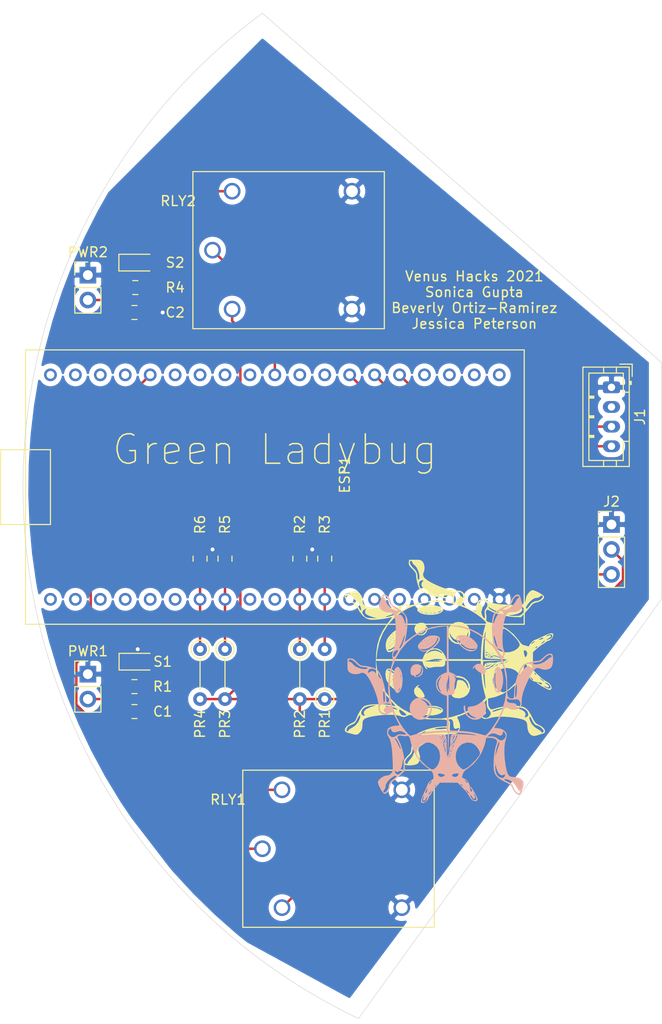
<source format=kicad_pcb>
(kicad_pcb (version 20171130) (host pcbnew "(5.1.5)-3")
  (layers (0 F.Cu signal) (31 B.Cu signal) (34 B.Paste user) (35 F.Paste user) (36 B.SilkS user) (37 F.SilkS user) (38 B.Mask user) (39 F.Mask user) (44 Edge.Cuts user))
  (net 0 "")
  (net 1 /Rechargable_Battery_Input)
  (net 2 GND)
  (net 3 /Solar_Panel_Input)
  (net 4 /3.3V)
  (net 5 "Net-(ESP1-Pad2)")
  (net 6 "Net-(ESP1-Pad3)")
  (net 7 "Net-(ESP1-Pad4)")
  (net 8 "Net-(ESP1-Pad5)")
  (net 9 "Net-(ESP1-Pad6)")
  (net 10 "Net-(ESP1-Pad7)")
  (net 11 "Net-(ESP1-Pad8)")
  (net 12 "Net-(ESP1-Pad9)")
  (net 13 "Net-(ESP1-Pad11)")
  (net 14 "Net-(ESP1-Pad12)")
  (net 15 "Net-(ESP1-Pad13)")
  (net 16 "Net-(ESP1-Pad14)")
  (net 17 "Net-(ESP1-Pad16)")
  (net 18 "Net-(ESP1-Pad17)")
  (net 19 "Net-(ESP1-Pad18)")
  (net 20 "Net-(ESP1-Pad19)")
  (net 21 "Net-(ESP1-Pad20)")
  (net 22 "Net-(ESP1-Pad21)")
  (net 23 "Net-(ESP1-Pad22)")
  (net 24 "Net-(ESP1-Pad23)")
  (net 25 "Net-(ESP1-Pad24)")
  (net 26 "Net-(ESP1-Pad25)")
  (net 27 /V_Divider_4)
  (net 28 /V_Divider_3)
  (net 29 "Net-(ESP1-Pad28)")
  (net 30 "Net-(ESP1-Pad29)")
  (net 31 /V_Divider_2)
  (net 32 /V_Divider_1)
  (net 33 "Net-(ESP1-Pad32)")
  (net 34 "Net-(ESP1-Pad33)")
  (net 35 "Net-(ESP1-Pad34)")
  (net 36 "Net-(ESP1-Pad35)")
  (net 37 "Net-(ESP1-Pad36)")
  (net 38 "Net-(ESP1-Pad37)")
  (net 39 "Net-(R1-Pad1)")
  (net 40 "Net-(R4-Pad1)")
  (net 41 "/Solar Panel")
  (net 42 /Battery)
  (net 43 +3V3)
  (module VenuHacks21:LadybugM (layer F.Cu) (at 151.13 107.95 270)
    (fp_text reference G*** hide)
    (fp_text value LOGO hide)
  )
  (module VenuHacks21:LadybugM (layer B.Cu) (at 151.13 111.76)
    (fp_text reference G*** hide)
    (fp_text value LOGO hide)
  )
  (module Capacitor_SMD:C_0805_2012Metric (layer F.Cu) (at 119.0475 113.03 180)
    (fp_text reference C1 (at -2.8725 0) (layer F.SilkS))
    (fp_text value 08055C104KAT2A)
    (pad 2 smd roundrect (at 0.9375 0 180) (size 0.975 1.4) (layers F.Cu F.Paste F.Mask) (net 1 /Rechargable_Battery_Input))
    (pad 1 smd roundrect (at -0.9375 0 180) (size 0.975 1.4) (layers F.Cu F.Paste F.Mask) (net 2 GND))
  )
  (module Capacitor_SMD:C_0805_2012Metric (layer F.Cu) (at 119.0475 72.39 180)
    (fp_text reference C2 (at -4.1425 0) (layer F.SilkS))
    (fp_text value 08055C104KAT2A)
    (pad 1 smd roundrect (at -0.9375 0 180) (size 0.975 1.4) (layers F.Cu F.Paste F.Mask) (net 2 GND))
    (pad 2 smd roundrect (at 0.9375 0 180) (size 0.975 1.4) (layers F.Cu F.Paste F.Mask) (net 3 /Solar_Panel_Input))
  )
  (module VenuHacks21:ESP32 (layer F.Cu) (at 140.97 88.9 270)
    (fp_text reference ESP1 (at 0 0.5 90) (layer F.SilkS))
    (fp_text value "ESP32 -- DEVKIT")
    (pad 1 thru_hole circle (at -10.16 -15.24 270) (size 1.3 1.3) (drill 0.8) (layers *.Cu *.Mask) (net 4 /3.3V))
    (pad 2 thru_hole circle (at -10.16 -12.7 270) (size 1.3 1.3) (drill 0.8) (layers *.Cu *.Mask) (net 5 "Net-(ESP1-Pad2)"))
    (pad 3 thru_hole circle (at -10.16 -10.16 270) (size 1.3 1.3) (drill 0.8) (layers *.Cu *.Mask) (net 6 "Net-(ESP1-Pad3)"))
    (pad 4 thru_hole circle (at -10.16 -7.62 270) (size 1.3 1.3) (drill 0.8) (layers *.Cu *.Mask) (net 7 "Net-(ESP1-Pad4)"))
    (pad 5 thru_hole circle (at -10.16 -5.08 270) (size 1.3 1.3) (drill 0.8) (layers *.Cu *.Mask) (net 8 "Net-(ESP1-Pad5)"))
    (pad 6 thru_hole circle (at -10.16 -2.54 270) (size 1.3 1.3) (drill 0.8) (layers *.Cu *.Mask) (net 9 "Net-(ESP1-Pad6)"))
    (pad 7 thru_hole circle (at -10.16 0 270) (size 1.3 1.3) (drill 0.8) (layers *.Cu *.Mask) (net 10 "Net-(ESP1-Pad7)"))
    (pad 8 thru_hole circle (at -10.16 2.54 270) (size 1.3 1.3) (drill 0.8) (layers *.Cu *.Mask) (net 11 "Net-(ESP1-Pad8)"))
    (pad 9 thru_hole circle (at -10.16 5.08 270) (size 1.3 1.3) (drill 0.8) (layers *.Cu *.Mask) (net 12 "Net-(ESP1-Pad9)"))
    (pad 10 thru_hole circle (at -10.16 7.62 270) (size 1.3 1.3) (drill 0.8) (layers *.Cu *.Mask) (net 41 "/Solar Panel"))
    (pad 11 thru_hole circle (at -10.16 10.16 270) (size 1.3 1.3) (drill 0.8) (layers *.Cu *.Mask) (net 13 "Net-(ESP1-Pad11)"))
    (pad 12 thru_hole circle (at -10.16 12.7 270) (size 1.3 1.3) (drill 0.8) (layers *.Cu *.Mask) (net 14 "Net-(ESP1-Pad12)"))
    (pad 13 thru_hole circle (at -10.16 15.24 270) (size 1.3 1.3) (drill 0.8) (layers *.Cu *.Mask) (net 15 "Net-(ESP1-Pad13)"))
    (pad 14 thru_hole circle (at -10.16 17.78 270) (size 1.3 1.3) (drill 0.8) (layers *.Cu *.Mask) (net 16 "Net-(ESP1-Pad14)"))
    (pad 15 thru_hole circle (at -10.16 20.32 270) (size 1.3 1.3) (drill 0.8) (layers *.Cu *.Mask) (net 42 /Battery))
    (pad 16 thru_hole circle (at -10.16 22.86 270) (size 1.3 1.3) (drill 0.8) (layers *.Cu *.Mask) (net 17 "Net-(ESP1-Pad16)"))
    (pad 17 thru_hole circle (at -10.16 25.4 270) (size 1.3 1.3) (drill 0.8) (layers *.Cu *.Mask) (net 18 "Net-(ESP1-Pad17)"))
    (pad 18 thru_hole circle (at -10.16 27.94 270) (size 1.3 1.3) (drill 0.8) (layers *.Cu *.Mask) (net 19 "Net-(ESP1-Pad18)"))
    (pad 19 thru_hole circle (at -10.16 30.48 270) (size 1.3 1.3) (drill 0.8) (layers *.Cu *.Mask) (net 20 "Net-(ESP1-Pad19)"))
    (pad 20 thru_hole circle (at 12.7 30.48 270) (size 1.3 1.3) (drill 0.8) (layers *.Cu *.Mask) (net 21 "Net-(ESP1-Pad20)"))
    (pad 21 thru_hole circle (at 12.7 27.94 270) (size 1.3 1.3) (drill 0.8) (layers *.Cu *.Mask) (net 22 "Net-(ESP1-Pad21)"))
    (pad 22 thru_hole circle (at 12.7 25.4 270) (size 1.3 1.3) (drill 0.8) (layers *.Cu *.Mask) (net 23 "Net-(ESP1-Pad22)"))
    (pad 23 thru_hole circle (at 12.7 22.86 270) (size 1.3 1.3) (drill 0.8) (layers *.Cu *.Mask) (net 24 "Net-(ESP1-Pad23)"))
    (pad 24 thru_hole circle (at 12.7 20.32 270) (size 1.3 1.3) (drill 0.8) (layers *.Cu *.Mask) (net 25 "Net-(ESP1-Pad24)"))
    (pad 25 thru_hole circle (at 12.7 17.78 270) (size 1.3 1.3) (drill 0.8) (layers *.Cu *.Mask) (net 26 "Net-(ESP1-Pad25)"))
    (pad 26 thru_hole circle (at 12.7 15.24 270) (size 1.3 1.3) (drill 0.8) (layers *.Cu *.Mask) (net 27 /V_Divider_4))
    (pad 27 thru_hole circle (at 12.7 12.7 270) (size 1.3 1.3) (drill 0.8) (layers *.Cu *.Mask) (net 28 /V_Divider_3))
    (pad 28 thru_hole circle (at 12.7 10.16 270) (size 1.3 1.3) (drill 0.8) (layers *.Cu *.Mask) (net 29 "Net-(ESP1-Pad28)"))
    (pad 29 thru_hole circle (at 12.7 7.62 270) (size 1.3 1.3) (drill 0.8) (layers *.Cu *.Mask) (net 30 "Net-(ESP1-Pad29)"))
    (pad 30 thru_hole circle (at 12.7 5.08 270) (size 1.3 1.3) (drill 0.8) (layers *.Cu *.Mask) (net 31 /V_Divider_2))
    (pad 31 thru_hole circle (at 12.7 2.54 270) (size 1.3 1.3) (drill 0.8) (layers *.Cu *.Mask) (net 32 /V_Divider_1))
    (pad 32 thru_hole circle (at 12.7 0 270) (size 1.3 1.3) (drill 0.8) (layers *.Cu *.Mask) (net 33 "Net-(ESP1-Pad32)"))
    (pad 33 thru_hole circle (at 12.7 -2.54 270) (size 1.3 1.3) (drill 0.8) (layers *.Cu *.Mask) (net 34 "Net-(ESP1-Pad33)"))
    (pad 34 thru_hole circle (at 12.7 -5.08 270) (size 1.3 1.3) (drill 0.8) (layers *.Cu *.Mask) (net 35 "Net-(ESP1-Pad34)"))
    (pad 35 thru_hole circle (at 12.7 -7.62 270) (size 1.3 1.3) (drill 0.8) (layers *.Cu *.Mask) (net 36 "Net-(ESP1-Pad35)"))
    (pad 36 thru_hole circle (at 12.7 -10.16 270) (size 1.3 1.3) (drill 0.8) (layers *.Cu *.Mask) (net 37 "Net-(ESP1-Pad36)"))
    (pad 37 thru_hole circle (at 12.7 -12.7 270) (size 1.3 1.3) (drill 0.8) (layers *.Cu *.Mask) (net 38 "Net-(ESP1-Pad37)"))
    (pad 38 thru_hole circle (at 12.7 -15.24 270) (size 1.3 1.3) (drill 0.8) (layers *.Cu *.Mask) (net 2 GND))
  )
  (module Resistor_THT:R_Axial_DIN0204_L3.6mm_D1.6mm_P5.08mm_Vertical (layer F.Cu) (at 138.43 111.76 90)
    (fp_text reference PR1 (at -2.54 0 90) (layer F.SilkS))
    (fp_text value "Photo resistor")
    (pad 1 thru_hole circle (at 0 0 90) (size 1.4 1.4) (drill 0.7) (layers *.Cu *.Mask) (net 43 +3V3))
    (pad 2 thru_hole oval (at 5.08 0 90) (size 1.4 1.4) (drill 0.7) (layers *.Cu *.Mask) (net 32 /V_Divider_1))
  )
  (module Resistor_THT:R_Axial_DIN0204_L3.6mm_D1.6mm_P5.08mm_Vertical (layer F.Cu) (at 135.89 106.68 270)
    (fp_text reference PR2 (at 7.62 0 90) (layer F.SilkS))
    (fp_text value "Photo resistor")
    (pad 2 thru_hole oval (at 5.08 0 270) (size 1.4 1.4) (drill 0.7) (layers *.Cu *.Mask) (net 43 +3V3))
    (pad 1 thru_hole circle (at 0 0 270) (size 1.4 1.4) (drill 0.7) (layers *.Cu *.Mask) (net 31 /V_Divider_2))
  )
  (module Resistor_THT:R_Axial_DIN0204_L3.6mm_D1.6mm_P5.08mm_Vertical (layer F.Cu) (at 128.27 106.68 270)
    (fp_text reference PR3 (at 7.62 0 90) (layer F.SilkS))
    (fp_text value "Photo resistor")
    (pad 2 thru_hole oval (at 5.08 0 270) (size 1.4 1.4) (drill 0.7) (layers *.Cu *.Mask) (net 43 +3V3))
    (pad 1 thru_hole circle (at 0 0 270) (size 1.4 1.4) (drill 0.7) (layers *.Cu *.Mask) (net 28 /V_Divider_3))
  )
  (module Resistor_THT:R_Axial_DIN0204_L3.6mm_D1.6mm_P5.08mm_Vertical (layer F.Cu) (at 125.73 106.68 270)
    (fp_text reference PR4 (at 7.62 0 90) (layer F.SilkS))
    (fp_text value "Photo resistor")
    (pad 1 thru_hole circle (at 0 0 270) (size 1.4 1.4) (drill 0.7) (layers *.Cu *.Mask) (net 27 /V_Divider_4))
    (pad 2 thru_hole oval (at 5.08 0 270) (size 1.4 1.4) (drill 0.7) (layers *.Cu *.Mask) (net 43 +3V3))
  )
  (module Connector_PinHeader_2.54mm:PinHeader_1x02_P2.54mm_Vertical (layer F.Cu) (at 114.3 109.22)
    (fp_text reference PWR1 (at 0 -2.33) (layer F.SilkS))
    (fp_text value 172286-1102)
    (pad 2 thru_hole oval (at 0 2.54) (size 1.7 1.7) (drill 1) (layers *.Cu *.Mask) (net 1 /Rechargable_Battery_Input))
    (pad 1 thru_hole rect (at 0 0) (size 1.7 1.7) (drill 1) (layers *.Cu *.Mask) (net 2 GND))
  )
  (module Connector_PinHeader_2.54mm:PinHeader_1x02_P2.54mm_Vertical (layer F.Cu) (at 114.3 68.58)
    (fp_text reference PWR2 (at 0 -2.33) (layer F.SilkS))
    (fp_text value 172286-1102)
    (pad 1 thru_hole rect (at 0 0) (size 1.7 1.7) (drill 1) (layers *.Cu *.Mask) (net 2 GND))
    (pad 2 thru_hole oval (at 0 2.54) (size 1.7 1.7) (drill 1) (layers *.Cu *.Mask) (net 3 /Solar_Panel_Input))
  )
  (module Resistor_SMD:R_0805_2012Metric (layer F.Cu) (at 119.0475 110.49 180)
    (fp_text reference R1 (at -2.8725 0) (layer F.SilkS))
    (fp_text value ~)
    (pad 1 smd roundrect (at -0.9375 0 180) (size 0.975 1.4) (layers F.Cu F.Paste F.Mask) (net 39 "Net-(R1-Pad1)"))
    (pad 2 smd roundrect (at 0.9375 0 180) (size 0.975 1.4) (layers F.Cu F.Paste F.Mask) (net 1 /Rechargable_Battery_Input))
  )
  (module Resistor_SMD:R_0805_2012Metric (layer F.Cu) (at 135.89 97.4575 270)
    (fp_text reference R2 (at -3.4775 0 90) (layer F.SilkS))
    (fp_text value CRCW08051K00FKEA)
    (pad 2 smd roundrect (at 0.9375 0 270) (size 0.975 1.4) (layers F.Cu F.Paste F.Mask) (net 31 /V_Divider_2))
    (pad 1 smd roundrect (at -0.9375 0 270) (size 0.975 1.4) (layers F.Cu F.Paste F.Mask) (net 2 GND))
  )
  (module Resistor_SMD:R_0805_2012Metric (layer F.Cu) (at 138.43 97.4575 270)
    (fp_text reference R3 (at -3.4775 0 90) (layer F.SilkS))
    (fp_text value CRCW08051K00FKEA)
    (pad 1 smd roundrect (at -0.9375 0 270) (size 0.975 1.4) (layers F.Cu F.Paste F.Mask) (net 2 GND))
    (pad 2 smd roundrect (at 0.9375 0 270) (size 0.975 1.4) (layers F.Cu F.Paste F.Mask) (net 32 /V_Divider_1))
  )
  (module Resistor_SMD:R_0805_2012Metric_Pad1.15x1.40mm_HandSolder (layer F.Cu) (at 119.135 69.85 180)
    (fp_text reference R4 (at -4.055 0) (layer F.SilkS))
    (fp_text value ~)
    (pad 1 smd roundrect (at -1.025 0 180) (size 1.15 1.4) (layers F.Cu F.Paste F.Mask) (roundrect_rratio 0.217391) (net 40 "Net-(R4-Pad1)"))
    (pad 2 smd roundrect (at 1.025 0 180) (size 1.15 1.4) (layers F.Cu F.Paste F.Mask) (roundrect_rratio 0.217391) (net 3 /Solar_Panel_Input))
  )
  (module Resistor_SMD:R_0805_2012Metric (layer F.Cu) (at 128.27 97.4575 270)
    (fp_text reference R5 (at -3.4775 0 90) (layer F.SilkS))
    (fp_text value CRCW08051K00FKEA)
    (pad 2 smd roundrect (at 0.9375 0 270) (size 0.975 1.4) (layers F.Cu F.Paste F.Mask) (net 28 /V_Divider_3))
    (pad 1 smd roundrect (at -0.9375 0 270) (size 0.975 1.4) (layers F.Cu F.Paste F.Mask) (net 2 GND))
  )
  (module Resistor_SMD:R_0805_2012Metric (layer F.Cu) (at 125.73 97.4575 270)
    (fp_text reference R6 (at -3.4775 0 90) (layer F.SilkS))
    (fp_text value CRCW08051K00FKEA)
    (pad 1 smd roundrect (at -0.9375 0 270) (size 0.975 1.4) (layers F.Cu F.Paste F.Mask) (net 2 GND))
    (pad 2 smd roundrect (at 0.9375 0 270) (size 0.975 1.4) (layers F.Cu F.Paste F.Mask) (net 27 /V_Divider_4))
  )
  (module VenuHacks21:VHG5LE (layer F.Cu) (at 132.08 127)
    (fp_text reference RLY1 (at -3.5 -5) (layer F.SilkS))
    (fp_text value "G5LE-1A4 DC24")
    (pad 1 thru_hole circle (at 0 0) (size 1.7 1.7) (drill 1.2) (layers *.Cu *.Mask) (net 42 /Battery))
    (pad 2 thru_hole circle (at 2 -6) (size 1.7 1.7) (drill 1.2) (layers *.Cu *.Mask) (net 1 /Rechargable_Battery_Input))
    (pad 3 thru_hole circle (at 14.2 -6) (size 1.7 1.7) (drill 1.2) (layers *.Cu *.Mask) (net 2 GND))
    (pad 4 thru_hole circle (at 2 6) (size 1.7 1.7) (drill 1.2) (layers *.Cu *.Mask) (net 43 +3V3))
    (pad 5 thru_hole circle (at 14.2 6) (size 1.7 1.7) (drill 1.2) (layers *.Cu *.Mask) (net 2 GND))
  )
  (module VenuHacks21:VHG5LE (layer F.Cu) (at 127 66.04)
    (fp_text reference RLY2 (at -3.5 -5) (layer F.SilkS))
    (fp_text value "G5LE-1A4 DC24")
    (pad 5 thru_hole circle (at 14.2 6) (size 1.7 1.7) (drill 1.2) (layers *.Cu *.Mask) (net 2 GND))
    (pad 4 thru_hole circle (at 2 6) (size 1.7 1.7) (drill 1.2) (layers *.Cu *.Mask) (net 43 +3V3))
    (pad 3 thru_hole circle (at 14.2 -6) (size 1.7 1.7) (drill 1.2) (layers *.Cu *.Mask) (net 2 GND))
    (pad 2 thru_hole circle (at 2 -6) (size 1.7 1.7) (drill 1.2) (layers *.Cu *.Mask) (net 3 /Solar_Panel_Input))
    (pad 1 thru_hole circle (at 0 0) (size 1.7 1.7) (drill 1.2) (layers *.Cu *.Mask) (net 41 "/Solar Panel"))
  )
  (module Diode_SMD:D_SOD-323_HandSoldering (layer F.Cu) (at 119.38 107.95)
    (fp_text reference S1 (at 2.54 0) (layer F.SilkS))
    (fp_text value Schottky)
    (pad 2 smd rect (at 1.25 0) (size 1 1) (layers F.Cu F.Paste F.Mask) (net 39 "Net-(R1-Pad1)"))
    (pad 1 smd rect (at -1.25 0) (size 1 1) (layers F.Cu F.Paste F.Mask) (net 2 GND))
  )
  (module Diode_SMD:D_SOD-323_HandSoldering (layer F.Cu) (at 119.36 67.31)
    (fp_text reference S2 (at 3.83 0) (layer F.SilkS))
    (fp_text value Schottky)
    (pad 1 smd rect (at -1.25 0) (size 1 1) (layers F.Cu F.Paste F.Mask) (net 2 GND))
    (pad 2 smd rect (at 1.25 0) (size 1 1) (layers F.Cu F.Paste F.Mask) (net 40 "Net-(R4-Pad1)"))
  )
  (module Connector_JST:JST_PH_B4B-PH-K_1x04_P2.00mm_Vertical (layer F.Cu) (at 167.64 80.01 270)
    (fp_text reference J1 (at 3 -2.9 90) (layer F.SilkS))
    (fp_text value "STEMMA soil")
    (pad 1 thru_hole roundrect (at 0 0 270) (size 1.2 1.75) (drill 0.75) (layers *.Cu *.Mask) (roundrect_rratio 0.208333) (net 2 GND))
    (pad 2 thru_hole oval (at 2 0 270) (size 1.2 1.75) (drill 0.75) (layers *.Cu *.Mask) (net 43 +3V3))
    (pad 3 thru_hole oval (at 4 0 270) (size 1.2 1.75) (drill 0.75) (layers *.Cu *.Mask) (net 8 "Net-(ESP1-Pad5)"))
    (pad 4 thru_hole oval (at 6 0 270) (size 1.2 1.75) (drill 0.75) (layers *.Cu *.Mask) (net 9 "Net-(ESP1-Pad6)"))
  )
  (module Connector_PinHeader_2.54mm:PinHeader_1x03_P2.54mm_Vertical (layer F.Cu) (at 167.64 93.98)
    (fp_text reference J2 (at 0 -2.33) (layer F.SilkS))
    (fp_text value "pH sensor")
    (pad 1 thru_hole rect (at 0 0) (size 1.7 1.7) (drill 1) (layers *.Cu *.Mask) (net 2 GND))
    (pad 2 thru_hole oval (at 0 2.54) (size 1.7 1.7) (drill 1) (layers *.Cu *.Mask) (net 43 +3V3))
    (pad 3 thru_hole oval (at 0 5.08) (size 1.7 1.7) (drill 1) (layers *.Cu *.Mask) (net 10 "Net-(ESP1-Pad7)"))
  )
  (gr_line (start 132.080001 41.910001) (end 132.08 41.91) (layer Edge.Cuts) (width 0.05))
  (gr_line (start 132.08 41.91) (end 132.080001 41.910001) (layer Edge.Cuts) (width 0.05))
  (gr_line (start 172.72 77.47) (end 132.08 41.91) (layer Edge.Cuts) (width 0.05))
  (gr_line (start 172.72 101.6) (end 172.72 77.47) (layer Edge.Cuts) (width 0.05))
  (gr_line (start 141.867136 144.293013) (end 172.72 101.6) (layer Edge.Cuts) (width 0.05))
  (gr_arc (start 167.64 90.17) (end 132.080001 41.910001) (angle -118.1523031) (layer Edge.Cuts) (width 0.05))
  (gr_text "Green Ladybug" (at 133.35 86.36) (layer F.SilkS) (effects (font (size 3 3))))
  (gr_text "Venus Hacks 2021\nSonica Gupta\nBeverly Ortiz-Ramirez\nJessica Peterson\n" (at 153.67 71.12) (layer F.SilkS) (effects (font (size 1 1))))
  (segment (start 116.84 111.76) (end 118.11 113.03) (width 0.25) (layer F.Cu) (net 1))
  (segment (start 114.3 111.76) (end 116.84 111.76) (width 0.25) (layer F.Cu) (net 1))
  (segment (start 116.84 111.76) (end 118.11 110.49) (width 0.25) (layer F.Cu) (net 1))
  (segment (start 126.08 121) (end 134.08 121) (width 0.25) (layer F.Cu) (net 1))
  (segment (start 118.11 113.03) (end 126.08 121) (width 0.25) (layer F.Cu) (net 1))
  (segment (start 117.61 109.22) (end 118.13 108.7) (width 0.25) (layer F.Cu) (net 2))
  (segment (start 118.13 108.7) (end 118.13 107.95) (width 0.25) (layer F.Cu) (net 2))
  (segment (start 114.3 109.22) (end 117.61 109.22) (width 0.25) (layer F.Cu) (net 2))
  (segment (start 118.11 68.06) (end 118.11 67.31) (width 0.25) (layer F.Cu) (net 2))
  (segment (start 117.59 68.58) (end 118.11 68.06) (width 0.25) (layer F.Cu) (net 2))
  (segment (start 114.3 68.58) (end 117.59 68.58) (width 0.25) (layer F.Cu) (net 2))
  (via (at 119.38 106.68) (size 0.8) (drill 0.4) (layers F.Cu B.Cu) (net 2))
  (segment (start 118.13 107.95) (end 118.13 107.93) (width 0.25) (layer F.Cu) (net 2))
  (segment (start 118.13 107.93) (end 119.38 106.68) (width 0.25) (layer F.Cu) (net 2))
  (segment (start 125.73 96.52) (end 127 96.52) (width 0.25) (layer F.Cu) (net 2))
  (segment (start 135.89 96.52) (end 137.16 96.52) (width 0.25) (layer F.Cu) (net 2))
  (segment (start 127 96.52) (end 128.27 96.52) (width 0.25) (layer F.Cu) (net 2))
  (via (at 127 96.52) (size 0.8) (drill 0.4) (layers F.Cu B.Cu) (net 2))
  (segment (start 137.16 96.52) (end 138.43 96.52) (width 0.25) (layer F.Cu) (net 2))
  (via (at 137.16 96.52) (size 0.8) (drill 0.4) (layers F.Cu B.Cu) (net 2))
  (via (at 121.92 72.39) (size 0.8) (drill 0.4) (layers F.Cu B.Cu) (net 2))
  (segment (start 119.985 72.39) (end 121.92 72.39) (width 0.25) (layer F.Cu) (net 2))
  (segment (start 116.84 71.12) (end 118.11 72.39) (width 0.25) (layer F.Cu) (net 3))
  (segment (start 114.3 71.12) (end 116.84 71.12) (width 0.25) (layer F.Cu) (net 3))
  (segment (start 116.84 71.12) (end 118.11 69.85) (width 0.25) (layer F.Cu) (net 3))
  (segment (start 127.797919 60.04) (end 129 60.04) (width 0.25) (layer F.Cu) (net 3))
  (segment (start 126.294998 60.04) (end 127.797919 60.04) (width 0.25) (layer F.Cu) (net 3))
  (segment (start 119.784999 66.549999) (end 126.294998 60.04) (width 0.25) (layer F.Cu) (net 3))
  (segment (start 119.784999 67.475001) (end 119.784999 66.549999) (width 0.25) (layer F.Cu) (net 3))
  (segment (start 118.11 69.15) (end 119.784999 67.475001) (width 0.25) (layer F.Cu) (net 3))
  (segment (start 118.11 69.85) (end 118.11 69.15) (width 0.25) (layer F.Cu) (net 3))
  (segment (start 151.32 84.01) (end 167.64 84.01) (width 0.25) (layer F.Cu) (net 8))
  (segment (start 146.05 78.74) (end 151.32 84.01) (width 0.25) (layer F.Cu) (net 8))
  (segment (start 167.64 86.01) (end 150.78 86.01) (width 0.25) (layer F.Cu) (net 9))
  (segment (start 150.78 86.01) (end 143.51 78.74) (width 0.25) (layer F.Cu) (net 9))
  (segment (start 161.29 99.06) (end 167.64 99.06) (width 0.25) (layer F.Cu) (net 10))
  (segment (start 140.97 78.74) (end 161.29 99.06) (width 0.25) (layer F.Cu) (net 10))
  (segment (start 125.73 111.76) (end 138.43 111.76) (width 0.25) (layer F.Cu) (net 43))
  (segment (start 125.73 106.68) (end 125.73 101.6) (width 0.25) (layer F.Cu) (net 27))
  (segment (start 125.73 101.6) (end 125.73 98.395) (width 0.25) (layer F.Cu) (net 27))
  (segment (start 128.27 101.6) (end 128.27 106.68) (width 0.25) (layer F.Cu) (net 28))
  (segment (start 128.27 101.6) (end 128.27 98.395) (width 0.25) (layer F.Cu) (net 28))
  (segment (start 135.89 106.68) (end 135.89 101.6) (width 0.25) (layer F.Cu) (net 31))
  (segment (start 135.89 98.395) (end 135.89 101.6) (width 0.25) (layer F.Cu) (net 31))
  (segment (start 138.43 101.6) (end 138.43 106.68) (width 0.25) (layer F.Cu) (net 32))
  (segment (start 138.43 101.6) (end 138.43 98.395) (width 0.25) (layer F.Cu) (net 32))
  (segment (start 119.985 108.595) (end 120.63 107.95) (width 0.25) (layer F.Cu) (net 39))
  (segment (start 119.985 110.49) (end 119.985 108.595) (width 0.25) (layer F.Cu) (net 39))
  (segment (start 120.61 69.4) (end 120.16 69.85) (width 0.25) (layer F.Cu) (net 40))
  (segment (start 120.61 67.31) (end 120.61 69.4) (width 0.25) (layer F.Cu) (net 40))
  (segment (start 127 66.04) (end 133.35 72.39) (width 0.25) (layer F.Cu) (net 41))
  (segment (start 133.35 72.39) (end 133.35 78.74) (width 0.25) (layer F.Cu) (net 41))
  (segment (start 130.877919 127) (end 132.08 127) (width 0.25) (layer F.Cu) (net 42))
  (segment (start 127.800998 127) (end 130.877919 127) (width 0.25) (layer F.Cu) (net 42))
  (segment (start 113.124999 112.324001) (end 127.800998 127) (width 0.25) (layer F.Cu) (net 42))
  (segment (start 114.594999 106.639999) (end 113.124999 108.109999) (width 0.25) (layer F.Cu) (net 42))
  (segment (start 114.594999 84.795001) (end 114.594999 106.639999) (width 0.25) (layer F.Cu) (net 42))
  (segment (start 113.124999 108.109999) (end 113.124999 112.324001) (width 0.25) (layer F.Cu) (net 42))
  (segment (start 120.65 78.74) (end 114.594999 84.795001) (width 0.25) (layer F.Cu) (net 42))
  (segment (start 135.89 131.19) (end 135.89 111.76) (width 0.25) (layer F.Cu) (net 43))
  (segment (start 134.08 133) (end 135.89 131.19) (width 0.25) (layer F.Cu) (net 43))
  (segment (start 129 73.242081) (end 129 72.04) (width 0.25) (layer F.Cu) (net 43))
  (segment (start 129.834999 74.07708) (end 129 73.242081) (width 0.25) (layer F.Cu) (net 43))
  (segment (start 129.834999 110.195001) (end 129.834999 74.07708) (width 0.25) (layer F.Cu) (net 43))
  (segment (start 128.27 111.76) (end 129.834999 110.195001) (width 0.25) (layer F.Cu) (net 43))
  (segment (start 168.815001 97.695001) (end 168.489999 97.369999) (width 0.25) (layer F.Cu) (net 43))
  (segment (start 168.815001 99.624001) (end 168.815001 97.695001) (width 0.25) (layer F.Cu) (net 43))
  (segment (start 156.679002 111.76) (end 168.815001 99.624001) (width 0.25) (layer F.Cu) (net 43))
  (segment (start 168.489999 97.369999) (end 167.64 96.52) (width 0.25) (layer F.Cu) (net 43))
  (segment (start 138.43 111.76) (end 156.679002 111.76) (width 0.25) (layer F.Cu) (net 43))
  (zone (net 2) (net_name GND) (layer B.Cu) (connect_pads (clearance 0.508)) (min_thickness 0.254) (fill yes (arc_segments 32) (thermal_gap 0.508) (thermal_bridge_width 0.508))
    (polygon (pts (xy 171.45 77.47) (xy 171.45 101.6) (xy 140.97 142.24) (xy 127 134.62) (xy 114.3 118.11) (xy 107.95 101.6) (xy 107.95 77.47) (xy 115.57 60.96) (xy 132.08 44.45)))
  )
)
</source>
